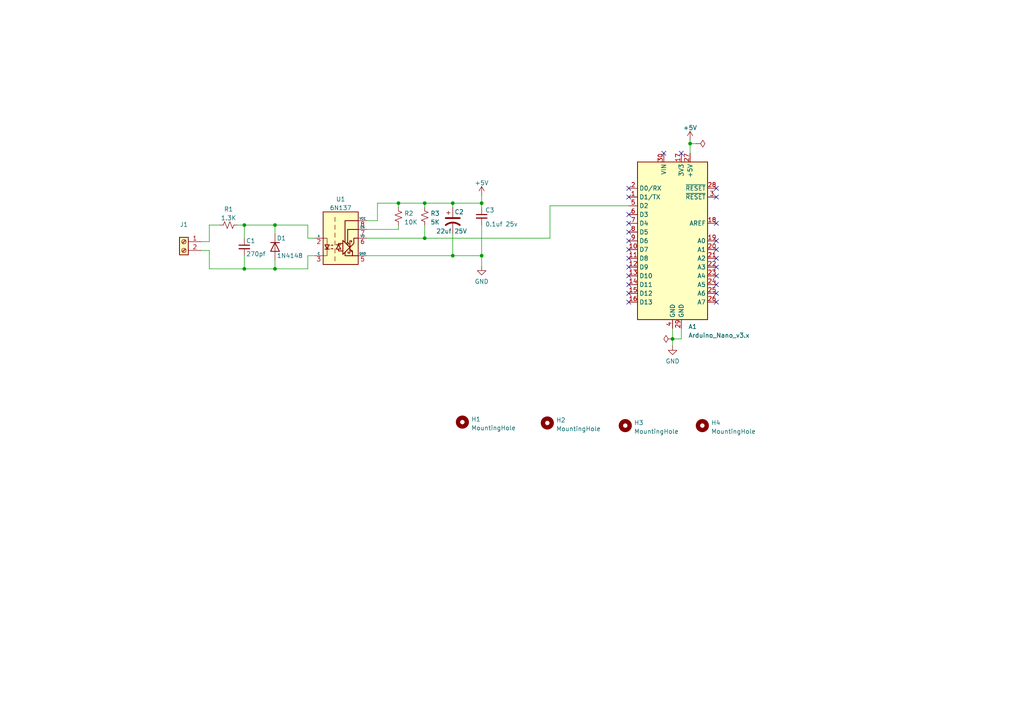
<source format=kicad_sch>
(kicad_sch (version 20231120) (generator "eeschema") (generator_version "8.0")
  (paper "A4")
  (lib_symbols
    (symbol "Connector:Screw_Terminal_01x02" (pin_names (offset 1.016) hide)
      (property "Reference" "J" (at 0 2.54 0))
      (property "Value" "Screw_Terminal_01x02" (at 0 -5.08 0))
      (symbol "Screw_Terminal_01x02_1_1"
        (rectangle (start -1.27 1.27) (end 1.27 -3.81) (stroke (width 0.254)) (fill (type background)))
        (circle (center 0 -2.54) (radius 0.635) (stroke (width 0.1524)))
        (polyline (pts (xy -0.5334 -2.2098) (xy 0.3302 -3.048)) (stroke (width 0.1524)))
        (polyline (pts (xy -0.5334 0.3302) (xy 0.3302 -0.508)) (stroke (width 0.1524)))
        (polyline (pts (xy -0.3556 -2.032) (xy 0.508 -2.8702)) (stroke (width 0.1524)))
        (polyline (pts (xy -0.3556 0.508) (xy 0.508 -0.3302)) (stroke (width 0.1524)))
        (circle (center 0 0) (radius 0.635) (stroke (width 0.1524)))
        (pin passive line (at -5.08 0 0) (length 3.81) (name "Pin_1") (number "1"))
        (pin passive line (at -5.08 -2.54 0) (length 3.81) (name "Pin_2") (number "2"))
      )
    )
    (symbol "Device:C_Polarized_US" (pin_numbers hide) (pin_names (offset 0.254) hide)
      (property "Reference" "C" (at 0.635 2.54 0))
      (property "Value" "C_Polarized_US" (at 0.635 -2.54 0))
      (symbol "C_Polarized_US_0_1"
        (polyline (pts (xy -2.032 0.762) (xy 2.032 0.762)) (stroke (width 0.508)))
        (polyline (pts (xy -1.778 2.286) (xy -0.762 2.286)))
        (polyline (pts (xy -1.27 1.778) (xy -1.27 2.794)))
        (arc (start 2.032 -1.27) (mid 0 -0.5572) (end -2.032 -1.27) (stroke (width 0.508)))
      )
      (symbol "C_Polarized_US_1_1"
        (pin passive line (at 0 3.81 270) (length 2.794) (name "~") (number "1"))
        (pin passive line (at 0 -3.81 90) (length 3.302) (name "~") (number "2"))
      )
    )
    (symbol "Device:C_Small" (pin_numbers hide) (pin_names (offset 0.254) hide)
      (property "Reference" "C" (at 0.254 1.778 0))
      (property "Value" "C_Small" (at 0.254 -2.032 0))
      (symbol "C_Small_0_1"
        (polyline (pts (xy -1.524 -0.508) (xy 1.524 -0.508)) (stroke (width 0.3302)))
        (polyline (pts (xy -1.524 0.508) (xy 1.524 0.508)) (stroke (width 0.3048)))
      )
      (symbol "C_Small_1_1"
        (pin passive line (at 0 2.54 270) (length 2.032) (name "~") (number "1"))
        (pin passive line (at 0 -2.54 90) (length 2.032) (name "~") (number "2"))
      )
    )
    (symbol "Device:R_Small_US" (pin_numbers hide) (pin_names (offset 0.254) hide)
      (property "Reference" "R" (at 0.762 0.508 0))
      (property "Value" "R_Small_US" (at 0.762 -1.016 0))
      (symbol "R_Small_US_1_1"
        (polyline (pts (xy 0 0) (xy 1.016 -0.381) (xy 0 -0.762) (xy -1.016 -1.143) (xy 0 -1.524)))
        (polyline (pts (xy 0 1.524) (xy 1.016 1.143) (xy 0 0.762) (xy -1.016 0.381) (xy 0 0)))
        (pin passive line (at 0 2.54 270) (length 1.016) (name "~") (number "1"))
        (pin passive line (at 0 -2.54 90) (length 1.016) (name "~") (number "2"))
      )
    )
    (symbol "Diode:1N4148" (pin_numbers hide) (pin_names (offset 1.016) hide)
      (property "Reference" "D" (at 0 2.54 0))
      (property "Value" "1N4148" (at 0 -2.54 0))
      (symbol "1N4148_0_1"
        (polyline (pts (xy -1.27 1.27) (xy -1.27 -1.27)) (stroke (width 0.254)))
        (polyline (pts (xy 1.27 0) (xy -1.27 0)))
        (polyline (pts (xy 1.27 1.27) (xy 1.27 -1.27) (xy -1.27 0) (xy 1.27 1.27)) (stroke (width 0.254)))
      )
      (symbol "1N4148_1_1"
        (pin passive line (at -3.81 0 0) (length 2.54) (name "K") (number "1"))
        (pin passive line (at 3.81 0 180) (length 2.54) (name "A") (number "2"))
      )
    )
    (symbol "Isolator:6N137" (pin_names (offset 0))
      (property "Reference" "U" (at -4.064 8.89 0))
      (property "Value" "6N137" (at 0 -8.89 0))
      (symbol "6N137_0_1"
        (polyline (pts (xy 2.667 -3.556) (xy 2.667 -1.651)) (stroke (width 0.254)))
        (polyline (pts (xy 2.667 -2.159) (xy 2.667 -2.921)) (stroke (width 0.254)))
        (polyline (pts (xy 3.429 -3.937) (xy 3.429 -5.08)) (stroke (width 0.254)))
        (polyline (pts (xy -0.635 -3.302) (xy -0.635 -3.683) (xy 0.635 -3.683)) (stroke (width 0.254)))
        (polyline (pts (xy -0.635 -1.905) (xy -0.635 -1.524) (xy 0.508 -1.524)) (stroke (width 0.254)))
        (polyline (pts (xy 1.27 -4.064) (xy 1.27 -5.08) (xy 5.08 -5.08)) (stroke (width 0.254)))
        (polyline (pts (xy 1.27 -1.27) (xy 1.27 5.08) (xy 5.08 5.08)) (stroke (width 0.254)))
        (polyline (pts (xy 2.032 -1.27) (xy 2.032 2.54) (xy 5.08 2.54)) (stroke (width 0.254)))
        (polyline (pts (xy -5.08 -5.08) (xy -3.937 -5.08) (xy -3.937 0) (xy -5.08 0)))
        (polyline (pts (xy 2.667 -3.302) (xy 2.667 -4.318) (xy 2.159 -4.318) (xy 2.159 -3.937)) (stroke (width 0.254)))
        (polyline (pts (xy 2.667 -2.667) (xy 0.635 -4.699) (xy 0.635 -0.635) (xy 2.667 -2.667)) (stroke (width 0.254)))
        (polyline (pts (xy 2.667 -1.778) (xy 2.667 -0.762) (xy 3.175 -0.762) (xy 3.175 -1.143)) (stroke (width 0.254)))
        (polyline (pts (xy 2.794 -2.54) (xy 3.81 -1.524) (xy 3.81 0) (xy 5.08 0)) (stroke (width 0.254)))
        (polyline (pts (xy 2.667 -3.175) (xy 3.429 -3.937) (xy 3.302 -3.556) (xy 3.048 -3.81) (xy 3.429 -3.937)) (stroke (width 0.254)))
        (circle (center 2.032 -1.524) (radius 0.254) (stroke (width 0.254)))
      )
      (symbol "6N137_1_1"
        (rectangle (start -5.08 7.62) (end 5.08 -7.62) (stroke (width 0.254)) (fill (type background)))
        (polyline (pts (xy -4.572 -3.175) (xy -3.302 -3.175)) (stroke (width 0.254)))
        (polyline (pts (xy -1.651 -5.334) (xy -1.651 -6.604)))
        (polyline (pts (xy -1.651 -3.048) (xy -1.651 -4.318)))
        (polyline (pts (xy -1.651 -0.762) (xy -1.651 -2.032)))
        (polyline (pts (xy -1.651 1.524) (xy -1.651 0.254)))
        (polyline (pts (xy -1.651 3.81) (xy -1.651 2.54)))
        (polyline (pts (xy -1.651 6.096) (xy -1.651 4.826)))
        (polyline (pts (xy -1.27 -1.905) (xy 0 -1.905)) (stroke (width 0.254)))
        (polyline (pts (xy -3.937 -3.175) (xy -4.572 -1.905) (xy -3.302 -1.905) (xy -3.937 -3.175)) (stroke (width 0.254)))
        (polyline (pts (xy -0.635 -1.905) (xy -1.27 -3.175) (xy 0 -3.175) (xy -0.635 -1.905)) (stroke (width 0.254)))
        (polyline (pts (xy -2.921 -3.048) (xy -2.159 -3.048) (xy -2.54 -3.175) (xy -2.54 -2.921) (xy -2.159 -3.048)) (stroke (width 0.127)))
        (polyline (pts (xy -2.921 -2.032) (xy -2.159 -2.032) (xy -2.54 -2.159) (xy -2.54 -1.905) (xy -2.159 -2.032)) (stroke (width 0.127)))
        (pin no_connect line (at -5.08 5.08 0) (length 2.54) hide (name "NC") (number "1"))
        (pin passive line (at -7.62 0 0) (length 2.54) (name "A") (number "2"))
        (pin passive line (at -7.62 -5.08 0) (length 2.54) (name "C") (number "3"))
        (pin power_in line (at 7.62 -5.08 180) (length 2.54) (name "GND") (number "5"))
        (pin open_collector line (at 7.62 0 180) (length 2.54) (name "VO") (number "6"))
        (pin input line (at 7.62 2.54 180) (length 2.54) (name "EN") (number "7"))
        (pin power_in line (at 7.62 5.08 180) (length 2.54) (name "VCC") (number "8"))
      )
    )
    (symbol "MCU_Module:Arduino_Nano_v3.x"
      (property "Reference" "A" (at -10.16 23.495 0))
      (property "Value" "Arduino_Nano_v3.x" (at 5.08 -24.13 0))
      (symbol "Arduino_Nano_v3.x_0_1"
        (rectangle (start -10.16 22.86) (end 10.16 -22.86) (stroke (width 0.254)) (fill (type background)))
      )
      (symbol "Arduino_Nano_v3.x_1_1"
        (pin bidirectional line (at -12.7 12.7 0) (length 2.54) (name "D1/TX") (number "1"))
        (pin bidirectional line (at -12.7 -2.54 0) (length 2.54) (name "D7") (number "10"))
        (pin bidirectional line (at -12.7 -5.08 0) (length 2.54) (name "D8") (number "11"))
        (pin bidirectional line (at -12.7 -7.62 0) (length 2.54) (name "D9") (number "12"))
        (pin bidirectional line (at -12.7 -10.16 0) (length 2.54) (name "D10") (number "13"))
        (pin bidirectional line (at -12.7 -12.7 0) (length 2.54) (name "D11") (number "14"))
        (pin bidirectional line (at -12.7 -15.24 0) (length 2.54) (name "D12") (number "15"))
        (pin bidirectional line (at -12.7 -17.78 0) (length 2.54) (name "D13") (number "16"))
        (pin power_out line (at 2.54 25.4 270) (length 2.54) (name "3V3") (number "17"))
        (pin input line (at 12.7 5.08 180) (length 2.54) (name "AREF") (number "18"))
        (pin bidirectional line (at 12.7 0 180) (length 2.54) (name "A0") (number "19"))
        (pin bidirectional line (at -12.7 15.24 0) (length 2.54) (name "D0/RX") (number "2"))
        (pin bidirectional line (at 12.7 -2.54 180) (length 2.54) (name "A1") (number "20"))
        (pin bidirectional line (at 12.7 -5.08 180) (length 2.54) (name "A2") (number "21"))
        (pin bidirectional line (at 12.7 -7.62 180) (length 2.54) (name "A3") (number "22"))
        (pin bidirectional line (at 12.7 -10.16 180) (length 2.54) (name "A4") (number "23"))
        (pin bidirectional line (at 12.7 -12.7 180) (length 2.54) (name "A5") (number "24"))
        (pin bidirectional line (at 12.7 -15.24 180) (length 2.54) (name "A6") (number "25"))
        (pin bidirectional line (at 12.7 -17.78 180) (length 2.54) (name "A7") (number "26"))
        (pin power_out line (at 5.08 25.4 270) (length 2.54) (name "+5V") (number "27"))
        (pin input line (at 12.7 15.24 180) (length 2.54) (name "~{RESET}") (number "28"))
        (pin power_in line (at 2.54 -25.4 90) (length 2.54) (name "GND") (number "29"))
        (pin input line (at 12.7 12.7 180) (length 2.54) (name "~{RESET}") (number "3"))
        (pin power_in line (at -2.54 25.4 270) (length 2.54) (name "VIN") (number "30"))
        (pin power_in line (at 0 -25.4 90) (length 2.54) (name "GND") (number "4"))
        (pin bidirectional line (at -12.7 10.16 0) (length 2.54) (name "D2") (number "5"))
        (pin bidirectional line (at -12.7 7.62 0) (length 2.54) (name "D3") (number "6"))
        (pin bidirectional line (at -12.7 5.08 0) (length 2.54) (name "D4") (number "7"))
        (pin bidirectional line (at -12.7 2.54 0) (length 2.54) (name "D5") (number "8"))
        (pin bidirectional line (at -12.7 0 0) (length 2.54) (name "D6") (number "9"))
      )
    )
    (symbol "Mechanical:MountingHole" (pin_names (offset 1.016))
      (property "Reference" "H" (at 0 5.08 0))
      (property "Value" "MountingHole" (at 0 3.175 0))
      (symbol "MountingHole_0_1"
        (circle (center 0 0) (radius 1.27) (stroke (width 1.27)))
      )
    )
    (symbol "power:+5V" (power) (pin_names (offset 0))
      (property "Value" "+5V" (at 0 3.556 0))
      (symbol "+5V_0_1"
        (polyline (pts (xy -0.762 1.27) (xy 0 2.54)))
        (polyline (pts (xy 0 0) (xy 0 2.54)))
        (polyline (pts (xy 0 2.54) (xy 0.762 1.27)))
      )
      (symbol "+5V_1_1"
        (pin power_in line (at 0 0 90) (length 0) hide (name "+5V") (number "1"))
      )
    )
    (symbol "power:GND" (power) (pin_names (offset 0))
      (property "Value" "GND" (at 0 -3.81 0))
      (symbol "GND_0_1"
        (polyline (pts (xy 0 0) (xy 0 -1.27) (xy 1.27 -1.27) (xy 0 -2.54) (xy -1.27 -1.27) (xy 0 -1.27)))
      )
      (symbol "GND_1_1"
        (pin power_in line (at 0 0 270) (length 0) hide (name "GND") (number "1"))
      )
    )
    (symbol "power:PWR_FLAG" (power) (pin_numbers hide) (pin_names (offset 0) hide)
      (property "Value" "PWR_FLAG" (at 0 3.81 0))
      (symbol "PWR_FLAG_0_0"
        (pin power_out line (at 0 0 90) (length 0) (name "pwr") (number "1"))
      )
      (symbol "PWR_FLAG_0_1"
        (polyline (pts (xy 0 0) (xy 0 1.27) (xy -1.016 1.905) (xy 0 2.54) (xy 1.016 1.905) (xy 0 1.27)))
      )
    )
  )
  (junction (at 115.57 58.928))
  (junction (at 139.7 74.168))
  (junction (at 123.19 58.928))
  (junction (at 70.866 65.278))
  (junction (at 79.756 77.978))
  (junction (at 123.19 69.088))
  (junction (at 195.072 98.298))
  (junction (at 131.318 74.168))
  (junction (at 200.152 41.656))
  (junction (at 139.7 58.928))
  (junction (at 131.318 58.928))
  (junction (at 70.866 77.978))
  (junction (at 79.756 65.278))
  (no_connect (at 207.772 80.01))
  (no_connect (at 207.772 57.15))
  (no_connect (at 207.772 54.61))
  (no_connect (at 197.612 44.45))
  (no_connect (at 182.372 67.31))
  (no_connect (at 182.372 54.61))
  (no_connect (at 182.372 57.15))
  (no_connect (at 182.372 64.77))
  (no_connect (at 207.772 87.63))
  (no_connect (at 207.772 85.09))
  (no_connect (at 207.772 82.55))
  (no_connect (at 207.772 77.47))
  (no_connect (at 207.772 74.93))
  (no_connect (at 207.772 72.39))
  (no_connect (at 207.772 69.85))
  (no_connect (at 207.772 64.77))
  (no_connect (at 192.532 44.45))
  (no_connect (at 182.372 87.63))
  (no_connect (at 182.372 74.93))
  (no_connect (at 182.372 72.39))
  (no_connect (at 182.372 69.85))
  (no_connect (at 182.372 77.47))
  (no_connect (at 182.372 80.01))
  (no_connect (at 182.372 82.55))
  (no_connect (at 182.372 85.09))
  (no_connect (at 182.372 62.23))
  (wire (pts (xy 58.42 72.644) (xy 60.706 72.644)))
  (wire (pts (xy 139.7 56.642) (xy 139.7 58.928)))
  (wire (pts (xy 200.152 41.656) (xy 201.93 41.656)))
  (wire (pts (xy 91.186 74.168) (xy 89.281 74.168)))
  (wire (pts (xy 106.426 74.168) (xy 131.318 74.168)))
  (wire (pts (xy 106.426 64.008) (xy 109.474 64.008)))
  (wire (pts (xy 89.281 69.088) (xy 89.281 65.278)))
  (wire (pts (xy 182.372 59.69) (xy 159.512 59.69)))
  (wire (pts (xy 139.7 74.168) (xy 139.7 77.216)))
  (wire (pts (xy 106.426 69.088) (xy 123.19 69.088)))
  (wire (pts (xy 123.19 65.278) (xy 123.19 69.088)))
  (wire (pts (xy 68.834 65.278) (xy 70.866 65.278)))
  (wire (pts (xy 197.612 98.298) (xy 195.072 98.298)))
  (wire (pts (xy 79.756 75.438) (xy 79.756 77.978)))
  (wire (pts (xy 200.152 41.656) (xy 200.152 44.45)))
  (wire (pts (xy 91.186 69.088) (xy 89.281 69.088)))
  (wire (pts (xy 60.706 72.644) (xy 60.706 77.978)))
  (wire (pts (xy 70.866 65.278) (xy 70.866 69.088)))
  (wire (pts (xy 115.57 58.928) (xy 115.57 60.198)))
  (wire (pts (xy 109.474 64.008) (xy 109.474 58.928)))
  (wire (pts (xy 123.19 69.088) (xy 159.512 69.088)))
  (wire (pts (xy 79.756 65.278) (xy 79.756 67.818)))
  (wire (pts (xy 60.706 77.978) (xy 70.866 77.978)))
  (wire (pts (xy 115.57 58.928) (xy 123.19 58.928)))
  (wire (pts (xy 131.318 58.928) (xy 139.7 58.928)))
  (wire (pts (xy 70.866 74.168) (xy 70.866 77.978)))
  (wire (pts (xy 106.426 66.548) (xy 115.57 66.548)))
  (wire (pts (xy 63.754 65.278) (xy 60.706 65.278)))
  (wire (pts (xy 131.318 74.168) (xy 139.7 74.168)))
  (wire (pts (xy 89.281 77.978) (xy 79.756 77.978)))
  (wire (pts (xy 123.19 58.928) (xy 131.318 58.928)))
  (wire (pts (xy 195.072 95.25) (xy 195.072 98.298)))
  (wire (pts (xy 115.57 65.278) (xy 115.57 66.548)))
  (wire (pts (xy 70.866 65.278) (xy 79.756 65.278)))
  (wire (pts (xy 89.281 74.168) (xy 89.281 77.978)))
  (wire (pts (xy 109.474 58.928) (xy 115.57 58.928)))
  (wire (pts (xy 79.756 77.978) (xy 70.866 77.978)))
  (wire (pts (xy 131.318 58.928) (xy 131.318 60.198)))
  (wire (pts (xy 58.42 70.104) (xy 60.706 70.104)))
  (wire (pts (xy 139.7 65.278) (xy 139.7 74.168)))
  (wire (pts (xy 123.19 58.928) (xy 123.19 60.198)))
  (wire (pts (xy 139.7 58.928) (xy 139.7 60.198)))
  (wire (pts (xy 79.756 65.278) (xy 89.281 65.278)))
  (wire (pts (xy 197.612 95.25) (xy 197.612 98.298)))
  (wire (pts (xy 200.152 40.64) (xy 200.152 41.656)))
  (wire (pts (xy 131.318 67.818) (xy 131.318 74.168)))
  (wire (pts (xy 60.706 65.278) (xy 60.706 70.104)))
  (wire (pts (xy 195.072 98.298) (xy 195.072 100.33)))
  (wire (pts (xy 159.512 59.69) (xy 159.512 69.088)))
  (symbol (lib_id "Connector:Screw_Terminal_01x02") (at 53.34 70.104 0) (mirror y) (unit 1)
    (property "Reference" "J1" (at 53.34 65.1342 0))
    (property "Footprint" "TerminalBlock_Phoenix:TerminalBlock_Phoenix_MKDS-1,5-2-5.08_1x02_P5.08mm_Horizontal" (effects (hide yes)))
  )
  (symbol (lib_id "power:PWR_FLAG") (at 195.072 98.298 90) (unit 1)
    (property "Reference" "#FLG01" (effects (hide yes)))
    (property "Value" "PWR_FLAG" (effects (hide yes)))
  )
  (symbol (lib_id "Device:R_Small_US") (at 115.57 62.738 0) (unit 1)
    (property "Reference" "R2" (at 117.221 61.9033 0) (effects (justify left)))
    (property "Value" "10K" (at 117.221 64.4402 0) (effects (justify left)))
    (property "Footprint" "Resistor_THT:R_Axial_DIN0309_L9.0mm_D3.2mm_P12.70mm_Horizontal" (effects (hide yes)))
  )
  (symbol (lib_id "Device:C_Small") (at 70.866 71.628 0) (unit 1)
    (property "Reference" "C1" (at 71.374 69.85 0) (effects (justify left)))
    (property "Value" "270pf" (at 71.374 73.66 0) (effects (justify left)))
    (property "Footprint" "Capacitor_THT:C_Disc_D5.0mm_W2.5mm_P5.00mm" (effects (hide yes)))
  )
  (symbol (lib_id "Mechanical:MountingHole") (at 158.75 122.682 0) (unit 1)
    (property "Reference" "H2" (at 161.29 121.8473 0) (effects (justify left)))
    (property "Value" "MountingHole" (at 161.29 124.3842 0) (effects (justify left)))
    (property "Footprint" "MountingHole:MountingHole_3.2mm_M3" (effects (hide yes)))
  )
  (symbol (lib_id "power:GND") (at 139.7 77.216 0) (unit 1)
    (property "Reference" "#PWR02" (effects (hide yes)))
    (property "Value" "GND" (at 139.7 81.6594 0))
  )
  (symbol (lib_id "power:GND") (at 195.072 100.33 0) (unit 1)
    (property "Reference" "#PWR03" (effects (hide yes)))
    (property "Value" "GND" (at 195.072 104.7734 0))
  )
  (symbol (lib_id "Isolator:6N137") (at 98.806 69.088 0) (unit 1)
    (property "Reference" "U1" (at 98.806 57.7682 0))
    (property "Value" "6N137" (at 98.806 60.3051 0))
    (property "Footprint" "Package_DIP:DIP-8_W7.62mm" (effects (hide yes)))
    (property "Datasheet" "https://docs.broadcom.com/docs/AV02-0940EN" (effects (hide yes)))
  )
  (symbol (lib_id "Mechanical:MountingHole") (at 134.112 122.428 0) (unit 1)
    (property "Reference" "H1" (at 136.652 121.5933 0) (effects (justify left)))
    (property "Value" "MountingHole" (at 136.652 124.1302 0) (effects (justify left)))
    (property "Footprint" "MountingHole:MountingHole_3.2mm_M3" (effects (hide yes)))
  )
  (symbol (lib_id "Device:R_Small_US") (at 66.294 65.278 90) (unit 1)
    (property "Reference" "R1" (at 66.294 60.6892 90))
    (property "Value" "1.3K" (at 66.294 63.2261 90))
    (property "Footprint" "Resistor_THT:R_Axial_DIN0309_L9.0mm_D3.2mm_P12.70mm_Horizontal" (effects (hide yes)))
  )
  (symbol (lib_id "Device:R_Small_US") (at 123.19 62.738 0) (unit 1)
    (property "Reference" "R3" (at 124.841 61.9033 0) (effects (justify left)))
    (property "Value" "5K" (at 124.841 64.4402 0) (effects (justify left)))
    (property "Footprint" "Resistor_THT:R_Axial_DIN0309_L9.0mm_D3.2mm_P12.70mm_Horizontal" (effects (hide yes)))
  )
  (symbol (lib_id "power:+5V") (at 139.7 56.642 0) (unit 1)
    (property "Reference" "#PWR01" (effects (hide yes)))
    (property "Value" "+5V" (at 139.7 53.0662 0))
  )
  (symbol (lib_id "MCU_Module:Arduino_Nano_v3.x") (at 195.072 69.85 0) (unit 1)
    (property "Reference" "A1" (at 199.6314 94.7404 0) (effects (justify left)))
    (property "Value" "Arduino_Nano_v3.x" (at 199.6314 97.2773 0) (effects (justify left)))
    (property "Footprint" "Module:Arduino_Nano" (effects (hide yes)))
    (property "Datasheet" "http://www.mouser.com/pdfdocs/Gravitech_Arduino_Nano3_0.pdf" (effects (hide yes)))
  )
  (symbol (lib_id "Device:C_Small") (at 139.7 62.738 0) (unit 1)
    (property "Reference" "C3" (at 140.716 60.96 0) (effects (justify left)))
    (property "Value" "0.1uf 25v" (at 140.716 65.024 0) (effects (justify left)))
    (property "Footprint" "Capacitor_THT:C_Disc_D5.0mm_W2.5mm_P5.00mm" (effects (hide yes)))
  )
  (symbol (lib_id "Mechanical:MountingHole") (at 181.356 123.444 0) (unit 1)
    (property "Reference" "H3" (at 183.896 122.6093 0) (effects (justify left)))
    (property "Value" "MountingHole" (at 183.896 125.1462 0) (effects (justify left)))
    (property "Footprint" "MountingHole:MountingHole_3.2mm_M3" (effects (hide yes)))
  )
  (symbol (lib_id "Device:C_Polarized_US") (at 131.318 64.008 0) (unit 1)
    (property "Reference" "C2" (at 131.826 61.468 0) (effects (justify left)))
    (property "Value" "22uf 25V" (at 126.492 67.056 0) (effects (justify left)))
    (property "Footprint" "Capacitor_THT:CP_Radial_D5.0mm_P2.50mm" (effects (hide yes)))
  )
  (symbol (lib_id "power:PWR_FLAG") (at 201.93 41.656 270) (unit 1)
    (property "Reference" "#FLG02" (effects (hide yes)))
    (property "Value" "PWR_FLAG" (effects (hide yes)))
  )
  (symbol (lib_id "Diode:1N4148") (at 79.756 71.628 270) (unit 1)
    (property "Reference" "D1" (at 80.264 69.088 90) (effects (justify left)))
    (property "Value" "1N4148" (at 80.264 74.168 90) (effects (justify left)))
    (property "Footprint" "Diode_THT:D_DO-35_SOD27_P7.62mm_Horizontal" (effects (hide yes)))
    (property "Datasheet" "https://assets.nexperia.com/documents/data-sheet/1N4148_1N4448.pdf" (effects (hide yes)))
  )
  (symbol (lib_id "Mechanical:MountingHole") (at 203.708 123.444 0) (unit 1)
    (property "Reference" "H4" (at 206.248 122.6093 0) (effects (justify left)))
    (property "Value" "MountingHole" (at 206.248 125.1462 0) (effects (justify left)))
    (property "Footprint" "MountingHole:MountingHole_3.2mm_M3" (effects (hide yes)))
  )
  (symbol (lib_id "power:+5V") (at 200.152 40.64 0) (unit 1)
    (property "Reference" "#PWR04" (effects (hide yes)))
    (property "Value" "+5V" (at 200.152 37.0642 0))
  )
)
</source>
